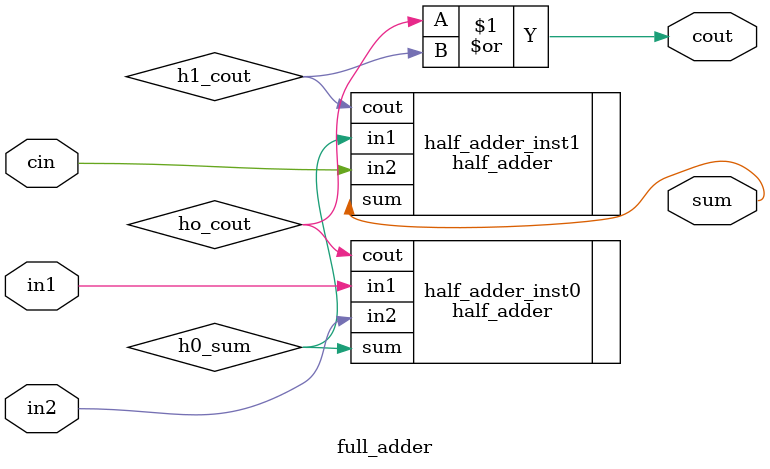
<source format=v>
module full_adder
(
    input wire in1 , //加数1
    input wire in2 , //加数2
    input wire cin , //上一级的进位

    output wire sum , //两个数的加和
    output wire cout //加和后的进位
);


//wire define
//在顶层中作为half_adder_inst0的sum信号和half_adder_inst1的in1信号的中间连线
wire h0_sum;

//在顶层中作为half_adder_inst0的cout信号和或门的中间连线
wire h0_cout;

//在顶层中作为half_adder_inst1的cout信号和或门的中间连线
wire h1_cout;

//------------------------half_adder_inst0------------------------
half_adder half_adder_inst0//前面是实例化（调用）的模块的名字相当于是
 //告诉顶层我要使用来自half_adder这个模块的功能
 //后面的是在顶层中重新起的在本模块中的名字相当
 //于是这个模块具体到顶层中
 (
    .in1 (in1 ),//input in1 前面in1是相当于half_adder模块中的信号
 //（in1）顶层中的信号，然后最前面加上“.”，可以形象的
 //理解为把这两个信号线连接到一起（rtl中的实例化过程和
 //Testbench中的实例化过程是一样的，可以对比理解学习）
 
    .in2 (in2 ),//input in2
    
    .sum (h0_sum ),//output sum
    
    .cout (ho_cout) //output cout
);

//------------------------half_adder_inst1------------------------
half_adder half_adder_inst1//同一个模块可以被实例化多次（所以相同功能只设计
 //一个通用模块即可），但是在顶层的名字一定要区别开，
 //这样子才能表达出是实例化的两个相同功能的模块
 (
    .in1 (h0_sum ),//input in1
    .in2 (cin ),//input in2
    
    .sum (sum ),//output sum
    .cout (h1_cout) //output cout
);

//cout:总的进位信号
assign cout = ho_cout | h1_cout;

endmodule
</source>
